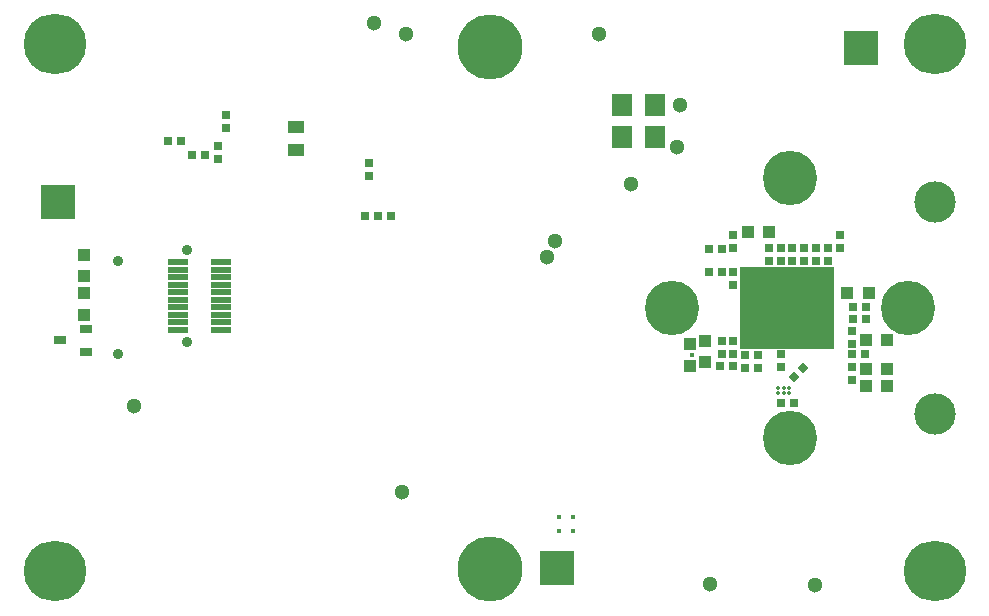
<source format=gbs>
G04*
G04 #@! TF.GenerationSoftware,Altium Limited,Altium Designer,18.0.11 (651)*
G04*
G04 Layer_Color=16711935*
%FSLAX44Y44*%
%MOMM*%
G71*
G01*
G75*
%ADD55R,3.0000X3.0000*%
%ADD57R,0.7000X0.7000*%
%ADD58R,0.7000X0.7000*%
%ADD59R,1.1000X1.0000*%
%ADD71R,1.0000X1.1000*%
%ADD72R,1.7000X1.9000*%
%ADD73R,1.4000X1.1000*%
%ADD84R,1.7000X0.5000*%
%ADD85R,1.7000X0.5000*%
%ADD90C,1.3000*%
%ADD91C,0.9000*%
%ADD92C,3.5000*%
%ADD94C,5.5000*%
%ADD95O,5.3000X5.1000*%
%ADD96C,0.4500*%
%ADD138R,8.0000X6.9650*%
%ADD139P,0.9900X4X270.0*%
%ADD140R,1.0000X0.7500*%
%ADD141C,0.3500*%
%ADD142C,4.6000*%
D55*
X30000Y340000D02*
D03*
X453000Y30000D02*
D03*
X710000Y470000D02*
D03*
D57*
X702000Y189000D02*
D03*
Y200000D02*
D03*
X592000Y221500D02*
D03*
Y210500D02*
D03*
X662000Y290000D02*
D03*
Y301000D02*
D03*
X642000Y290000D02*
D03*
Y301000D02*
D03*
X172250Y402375D02*
D03*
Y413375D02*
D03*
X293500Y372500D02*
D03*
Y361500D02*
D03*
X702000Y230500D02*
D03*
Y219500D02*
D03*
X692000Y311500D02*
D03*
Y300500D02*
D03*
X165250Y376375D02*
D03*
Y387375D02*
D03*
X601500Y311500D02*
D03*
Y300500D02*
D03*
X672000Y290000D02*
D03*
Y301000D02*
D03*
X632000D02*
D03*
Y290000D02*
D03*
X642000Y199500D02*
D03*
Y210500D02*
D03*
X602000Y210500D02*
D03*
Y221500D02*
D03*
X652000Y290000D02*
D03*
Y301000D02*
D03*
X682000Y290000D02*
D03*
Y301000D02*
D03*
X602000Y280500D02*
D03*
Y269500D02*
D03*
D58*
X301500Y327500D02*
D03*
X312500D02*
D03*
X290500D02*
D03*
X301500D02*
D03*
X143750Y379375D02*
D03*
X154750D02*
D03*
X611500Y199000D02*
D03*
X622500D02*
D03*
X581000Y300000D02*
D03*
X592000D02*
D03*
X703250Y250500D02*
D03*
X714250D02*
D03*
X713000Y210500D02*
D03*
X702000D02*
D03*
X123250Y391375D02*
D03*
X134250D02*
D03*
X592000Y280000D02*
D03*
X581000D02*
D03*
X714250Y240500D02*
D03*
X703250D02*
D03*
X653500Y169224D02*
D03*
X642500D02*
D03*
X591000Y201000D02*
D03*
X602000D02*
D03*
X611500Y210000D02*
D03*
X622500D02*
D03*
D59*
X52000Y295000D02*
D03*
Y277000D02*
D03*
X578000Y203750D02*
D03*
Y221750D02*
D03*
X52000Y244175D02*
D03*
Y262175D02*
D03*
X565000Y219000D02*
D03*
Y201000D02*
D03*
D71*
X614000Y314500D02*
D03*
X632000D02*
D03*
X714000Y222500D02*
D03*
X732000D02*
D03*
X698500Y262500D02*
D03*
X716500D02*
D03*
X714000Y184000D02*
D03*
X732000D02*
D03*
X714000Y198500D02*
D03*
X732000D02*
D03*
D72*
X508000Y422000D02*
D03*
X536000D02*
D03*
X508000Y395000D02*
D03*
X536000D02*
D03*
D73*
X231750Y402750D02*
D03*
Y383750D02*
D03*
D84*
X132000Y288575D02*
D03*
X168000D02*
D03*
X132000Y282225D02*
D03*
X168000D02*
D03*
X132000Y275875D02*
D03*
X168000D02*
D03*
X132000Y269525D02*
D03*
X168000D02*
D03*
X132000Y263175D02*
D03*
X168000D02*
D03*
D85*
X132000Y256825D02*
D03*
X168000D02*
D03*
X132000Y250475D02*
D03*
X168000D02*
D03*
X132000Y244125D02*
D03*
X168000D02*
D03*
X132000Y237775D02*
D03*
X168000D02*
D03*
Y231425D02*
D03*
X132000D02*
D03*
D90*
X444000Y293000D02*
D03*
X451250Y306250D02*
D03*
X554500Y386500D02*
D03*
X515500Y355250D02*
D03*
X488500Y482000D02*
D03*
X556750Y422000D02*
D03*
X94500Y166500D02*
D03*
X321449Y93782D02*
D03*
X582500Y16500D02*
D03*
X298000Y491250D02*
D03*
X324500Y481500D02*
D03*
X671000Y15000D02*
D03*
D91*
X139000Y220750D02*
D03*
Y299250D02*
D03*
X81000Y210750D02*
D03*
Y289250D02*
D03*
D92*
X772500Y340000D02*
D03*
Y160000D02*
D03*
D94*
X395500Y29000D02*
D03*
Y471000D02*
D03*
D95*
X27500Y473000D02*
D03*
X772500D02*
D03*
X27500Y27000D02*
D03*
X772500D02*
D03*
D96*
X567000Y210000D02*
D03*
X466000Y61000D02*
D03*
X454000D02*
D03*
X466000Y73000D02*
D03*
X454000D02*
D03*
D138*
X647500Y249825D02*
D03*
D139*
X653111Y191611D02*
D03*
X660889Y199389D02*
D03*
D140*
X31500Y222500D02*
D03*
X53500Y213000D02*
D03*
Y232000D02*
D03*
D141*
X640000Y182500D02*
D03*
X644500D02*
D03*
X649000D02*
D03*
X640000Y178000D02*
D03*
X644500D02*
D03*
X649000D02*
D03*
D142*
X650000Y140000D02*
D03*
Y360000D02*
D03*
X750000Y250000D02*
D03*
X550000Y250000D02*
D03*
M02*

</source>
